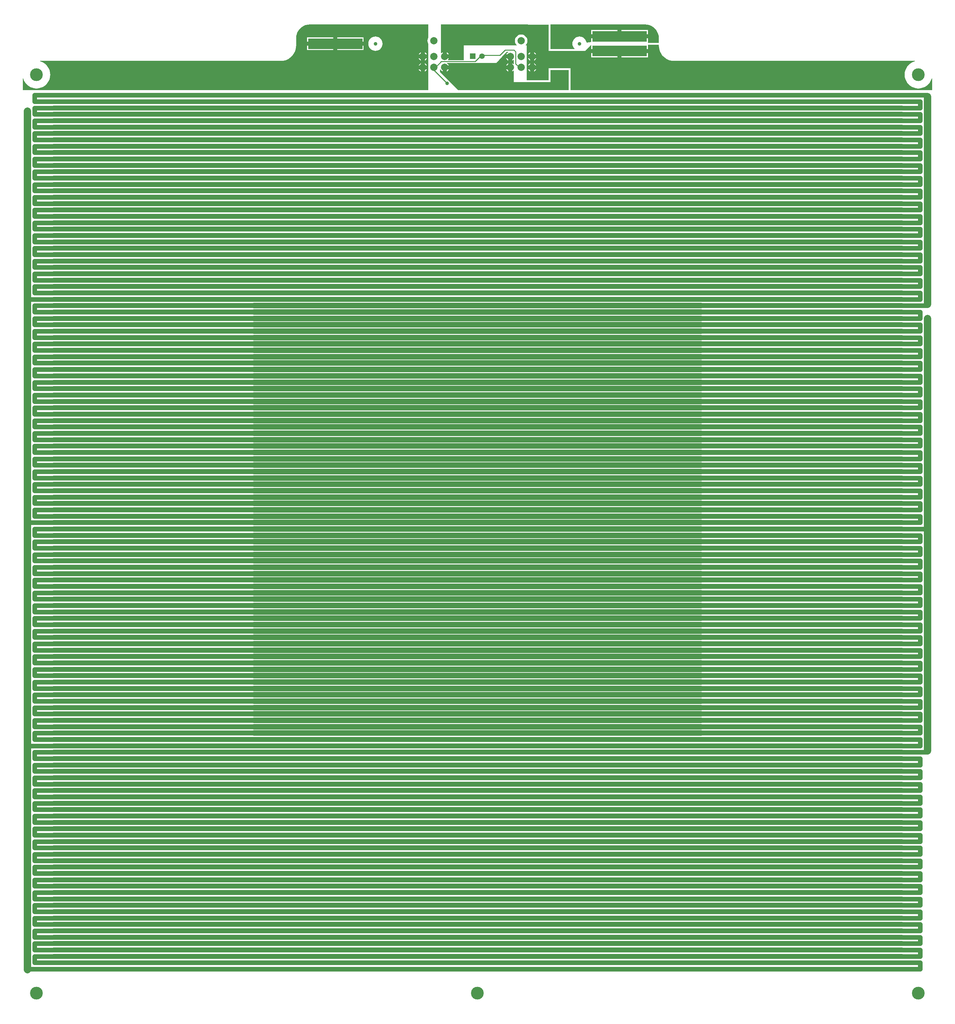
<source format=gtl>
G04 Layer_Physical_Order=1*
G04 Layer_Color=255*
%FSLAX44Y44*%
%MOMM*%
G71*
G01*
G75*
%ADD10C,1.2500*%
%ADD11C,1.3500*%
%ADD12C,0.2500*%
%ADD13C,2.0000*%
%ADD14C,1.5000*%
%ADD15C,1.3000*%
%ADD16R,15.0000X3.0000*%
%ADD17C,1.5000*%
%ADD18R,1.5000X1.5000*%
%ADD19C,1.0000*%
%ADD20C,2.0000*%
%ADD21C,3.5000*%
G36*
X1665904Y192275D02*
X1671662Y190892D01*
X1677133Y188626D01*
X1682183Y185532D01*
X1686686Y181686D01*
X1690532Y177183D01*
X1693626Y172133D01*
X1695892Y166662D01*
X1697275Y160904D01*
X1697730Y155120D01*
X1697706Y155000D01*
Y142500D01*
X1668770D01*
X1667500Y142500D01*
X1667500Y143770D01*
Y154500D01*
X1512500D01*
Y145000D01*
X1500612Y142622D01*
X1499315Y143382D01*
X1499254Y143461D01*
X1499218Y143823D01*
X1498103Y147498D01*
X1496292Y150886D01*
X1493855Y153855D01*
X1490886Y156292D01*
X1487498Y158103D01*
X1483823Y159218D01*
X1480000Y159594D01*
X1476177Y159218D01*
X1472502Y158103D01*
X1469114Y156292D01*
X1466145Y153855D01*
X1463708Y150886D01*
X1461897Y147498D01*
X1460782Y143823D01*
X1460406Y140000D01*
X1460782Y136177D01*
X1461897Y132502D01*
X1463708Y129114D01*
X1466042Y126270D01*
X1465870Y125376D01*
X1465735Y125000D01*
X1400000D01*
X1400000Y192706D01*
X1660000D01*
X1660121Y192730D01*
X1665904Y192275D01*
D02*
G37*
G36*
X740000Y192706D02*
X1065000D01*
Y156200D01*
X1064218Y154738D01*
X1063246Y151533D01*
X1062918Y148201D01*
X1063246Y144868D01*
X1064218Y141664D01*
X1065000Y140201D01*
X1065000Y12500D01*
X-47706Y12500D01*
Y44908D01*
X-46436Y45058D01*
X-46013Y43299D01*
X-43740Y37809D01*
X-40635Y32743D01*
X-36776Y28224D01*
X-32257Y24365D01*
X-27191Y21260D01*
X-21702Y18987D01*
X-15924Y17599D01*
X-10000Y17133D01*
X-4076Y17599D01*
X1701Y18987D01*
X7191Y21260D01*
X12257Y24365D01*
X16776Y28224D01*
X20635Y32743D01*
X23740Y37809D01*
X26013Y43299D01*
X27401Y49076D01*
X27867Y55000D01*
X27401Y60924D01*
X26013Y66701D01*
X23740Y72191D01*
X20635Y77257D01*
X16776Y81776D01*
X12257Y85635D01*
X7191Y88740D01*
X1701Y91013D01*
X-59Y91436D01*
X92Y92706D01*
X660000D01*
Y92659D01*
X665527Y93022D01*
X670959Y94102D01*
X676203Y95882D01*
X681170Y98332D01*
X685775Y101409D01*
X689939Y105061D01*
X693591Y109225D01*
X696668Y113830D01*
X699118Y118797D01*
X700898Y124041D01*
X701978Y129473D01*
X702341Y135000D01*
X702294D01*
X702294Y135000D01*
Y153730D01*
X702294Y155000D01*
X702358Y156243D01*
X702725Y160904D01*
X704108Y166662D01*
X706374Y172133D01*
X709468Y177183D01*
X713314Y181686D01*
X717817Y185532D01*
X722867Y188626D01*
X728338Y190892D01*
X734096Y192275D01*
X739880Y192730D01*
X740000Y192706D01*
D02*
G37*
G36*
X1284445Y116230D02*
X1283696Y115920D01*
X1281085Y113916D01*
X1279081Y111305D01*
X1278749Y110501D01*
X1290000D01*
Y105001D01*
X1295500D01*
Y93749D01*
X1296304Y94082D01*
X1298730Y95943D01*
X1300000Y95618D01*
Y84384D01*
X1298730Y84058D01*
X1296304Y85920D01*
X1295500Y86253D01*
Y75001D01*
Y63749D01*
X1296304Y64082D01*
X1298730Y65943D01*
X1300000Y65618D01*
Y35000D01*
X1400000D01*
X1400000Y67500D01*
X1450000D01*
Y12500D01*
X1147500D01*
X1102500Y57500D01*
X1097500Y62500D01*
Y69196D01*
X1098770Y69449D01*
X1099081Y68697D01*
X1101085Y66086D01*
X1103696Y64082D01*
X1104500Y63749D01*
Y75001D01*
X1110000D01*
Y80501D01*
X1121252D01*
X1120919Y81305D01*
X1118915Y83916D01*
X1116304Y85920D01*
X1115555Y86230D01*
X1115808Y87500D01*
X1252500D01*
X1275000Y112500D01*
X1280000Y117500D01*
X1284193D01*
X1284445Y116230D01*
D02*
G37*
G36*
X1339021Y192500D02*
X1395000D01*
Y120000D01*
X1495000D01*
X1511327Y136327D01*
X1512500Y135841D01*
Y125500D01*
X1667500D01*
Y137500D01*
X1697706D01*
Y135000D01*
X1697659D01*
X1698022Y129473D01*
X1699102Y124041D01*
X1700883Y118797D01*
X1703332Y113830D01*
X1706409Y109225D01*
X1710061Y105061D01*
X1714225Y101409D01*
X1718830Y98332D01*
X1723797Y95882D01*
X1729042Y94102D01*
X1734474Y93022D01*
X1740000Y92659D01*
Y92706D01*
X2399904D01*
X2400055Y91436D01*
X2398299Y91014D01*
X2392809Y88740D01*
X2387742Y85636D01*
X2383224Y81777D01*
X2379365Y77258D01*
X2376261Y72192D01*
X2373987Y66702D01*
X2372599Y60925D01*
X2372133Y55001D01*
X2372599Y49077D01*
X2373987Y43299D01*
X2376261Y37810D01*
X2379365Y32743D01*
X2383224Y28225D01*
X2387742Y24366D01*
X2392809Y21261D01*
X2398299Y18987D01*
X2404076Y17600D01*
X2410000Y17134D01*
X2415924Y17600D01*
X2421702Y18987D01*
X2427191Y21261D01*
X2432258Y24366D01*
X2436776Y28225D01*
X2440635Y32743D01*
X2443739Y37810D01*
X2446013Y43299D01*
X2446436Y45061D01*
X2447706Y44910D01*
Y12500D01*
X1455000D01*
Y72500D01*
X1395000D01*
Y40000D01*
X1335000D01*
Y135000D01*
X1332481D01*
X1332453Y135078D01*
X1332201Y136270D01*
X1334204Y138710D01*
X1335782Y141664D01*
X1336754Y144868D01*
X1337083Y148201D01*
X1336754Y151533D01*
X1335782Y154738D01*
X1335642Y155000D01*
X1335000Y156201D01*
X1334204Y157691D01*
X1332079Y160280D01*
X1329491Y162404D01*
X1326537Y163983D01*
X1323333Y164955D01*
X1320000Y165283D01*
X1316668Y164955D01*
X1313463Y163983D01*
X1310510Y162404D01*
X1307921Y160280D01*
X1305797Y157691D01*
X1304218Y154738D01*
X1303246Y151533D01*
X1302918Y148201D01*
X1303246Y144868D01*
X1304218Y141664D01*
X1305797Y138710D01*
X1307800Y136270D01*
X1307548Y135078D01*
X1307520Y135000D01*
X1162500D01*
X1162500Y95000D01*
X1119381D01*
X1119057Y96270D01*
X1120919Y98697D01*
X1121252Y99501D01*
X1110000D01*
Y105001D01*
X1104500D01*
Y116253D01*
X1103696Y115920D01*
X1101270Y114058D01*
X1100000Y114383D01*
Y192706D01*
X1338815D01*
X1339021Y192500D01*
D02*
G37*
%LPC*%
G36*
X1667500Y177500D02*
X1595500D01*
Y165500D01*
X1667500D01*
Y177500D01*
D02*
G37*
G36*
X1584500D02*
X1512500D01*
Y165500D01*
X1584500D01*
Y177500D01*
D02*
G37*
G36*
X887500Y157500D02*
X815500D01*
Y145500D01*
X887500D01*
Y157500D01*
D02*
G37*
G36*
X804500D02*
X732500D01*
Y145500D01*
X804500D01*
Y157500D01*
D02*
G37*
G36*
X887500Y134500D02*
X815500D01*
Y122500D01*
X887500D01*
Y134500D01*
D02*
G37*
G36*
X804500D02*
X732500D01*
Y122500D01*
X804500D01*
Y134500D01*
D02*
G37*
G36*
X920000Y159594D02*
X916177Y159218D01*
X912502Y158103D01*
X909114Y156292D01*
X906145Y153855D01*
X903708Y150886D01*
X901897Y147498D01*
X900782Y143823D01*
X900406Y140000D01*
X900782Y136177D01*
X901897Y132502D01*
X903708Y129114D01*
X906145Y126145D01*
X909114Y123708D01*
X912502Y121897D01*
X916177Y120782D01*
X920000Y120406D01*
X923823Y120782D01*
X927498Y121897D01*
X930886Y123708D01*
X933855Y126145D01*
X936292Y129114D01*
X938103Y132502D01*
X939218Y136177D01*
X939594Y140000D01*
X939218Y143823D01*
X938103Y147498D01*
X936292Y150886D01*
X933855Y153855D01*
X930886Y156292D01*
X927498Y158103D01*
X923823Y159218D01*
X920000Y159594D01*
D02*
G37*
G36*
X1055500Y116253D02*
Y110501D01*
X1061252D01*
X1060919Y111305D01*
X1058915Y113916D01*
X1056304Y115920D01*
X1055500Y116253D01*
D02*
G37*
G36*
X1044500Y116253D02*
X1043696Y115920D01*
X1041085Y113916D01*
X1039081Y111305D01*
X1038749Y110501D01*
X1044500D01*
Y116253D01*
D02*
G37*
G36*
Y99501D02*
X1038748D01*
X1039081Y98697D01*
X1041085Y96086D01*
X1043696Y94082D01*
X1044500Y93749D01*
Y99501D01*
D02*
G37*
G36*
X1061252D02*
X1055500D01*
Y93749D01*
X1056304Y94082D01*
X1058915Y96086D01*
X1060919Y98697D01*
X1061252Y99501D01*
D02*
G37*
G36*
X1055500Y86253D02*
Y80501D01*
X1061252D01*
X1060919Y81305D01*
X1058915Y83916D01*
X1056304Y85920D01*
X1055500Y86253D01*
D02*
G37*
G36*
X1044500Y86253D02*
X1043696Y85920D01*
X1041085Y83916D01*
X1039081Y81305D01*
X1038749Y80501D01*
X1044500D01*
Y86253D01*
D02*
G37*
G36*
Y69501D02*
X1038748D01*
X1039081Y68697D01*
X1041085Y66086D01*
X1043696Y64082D01*
X1044500Y63749D01*
Y69501D01*
D02*
G37*
G36*
X1061252D02*
X1055500D01*
Y63749D01*
X1056304Y64082D01*
X1058915Y66086D01*
X1060919Y68697D01*
X1061252Y69501D01*
D02*
G37*
G36*
X1284500Y99501D02*
X1278748D01*
X1279081Y98697D01*
X1281085Y96086D01*
X1283696Y94082D01*
X1284500Y93749D01*
Y99501D01*
D02*
G37*
G36*
Y86253D02*
X1283696Y85920D01*
X1281085Y83916D01*
X1279081Y81305D01*
X1278748Y80501D01*
X1284500D01*
Y86253D01*
D02*
G37*
G36*
X1121252Y69501D02*
X1115500D01*
Y63749D01*
X1116304Y64082D01*
X1118915Y66086D01*
X1120919Y68697D01*
X1121252Y69501D01*
D02*
G37*
G36*
X1284500D02*
X1278748D01*
X1279081Y68697D01*
X1281085Y66086D01*
X1283696Y64082D01*
X1284500Y63749D01*
Y69501D01*
D02*
G37*
G36*
X1115500Y116253D02*
Y110501D01*
X1121252D01*
X1120919Y111305D01*
X1118915Y113916D01*
X1116304Y115920D01*
X1115500Y116253D01*
D02*
G37*
G36*
X1355500Y116253D02*
Y110501D01*
X1361252D01*
X1360919Y111305D01*
X1358915Y113916D01*
X1356304Y115920D01*
X1355500Y116253D01*
D02*
G37*
G36*
X1344500Y116253D02*
X1343696Y115920D01*
X1341085Y113916D01*
X1339082Y111305D01*
X1338749Y110501D01*
X1344500D01*
Y116253D01*
D02*
G37*
G36*
X1667500Y114500D02*
X1595500D01*
Y102500D01*
X1667500D01*
Y114500D01*
D02*
G37*
G36*
X1584500D02*
X1512500D01*
Y102500D01*
X1584500D01*
Y114500D01*
D02*
G37*
G36*
X1361252Y99501D02*
X1355500D01*
Y93749D01*
X1356304Y94082D01*
X1358915Y96086D01*
X1360919Y98697D01*
X1361252Y99501D01*
D02*
G37*
G36*
X1344500D02*
X1338748D01*
X1339082Y98697D01*
X1341085Y96086D01*
X1343696Y94082D01*
X1344500Y93749D01*
Y99501D01*
D02*
G37*
G36*
X1355500Y86253D02*
Y80501D01*
X1361252D01*
X1360919Y81305D01*
X1358915Y83916D01*
X1356304Y85920D01*
X1355500Y86253D01*
D02*
G37*
G36*
X1344500Y86253D02*
X1343696Y85920D01*
X1341085Y83916D01*
X1339082Y81305D01*
X1338748Y80501D01*
X1344500D01*
Y86253D01*
D02*
G37*
G36*
X1361252Y69501D02*
X1355500D01*
Y63749D01*
X1356304Y64082D01*
X1358915Y66086D01*
X1360919Y68697D01*
X1361252Y69501D01*
D02*
G37*
G36*
X1344500D02*
X1338748D01*
X1339082Y68697D01*
X1341085Y66086D01*
X1343696Y64082D01*
X1344500Y63749D01*
Y69501D01*
D02*
G37*
%LPD*%
D10*
X2367500Y-1250D02*
X2433750D01*
X1812500D02*
X2365000D01*
X2367500Y-36250D02*
X2415000D01*
X2367500Y-53750D02*
X2415000D01*
X2367500Y-123750D02*
X2415000D01*
X2367500Y-106250D02*
X2415000D01*
X2367500Y-158750D02*
X2415000D01*
X2367500Y-141250D02*
X2415000D01*
X2367500Y-246250D02*
X2415000D01*
X2367500Y-176250D02*
X2415000D01*
X2367500Y-421250D02*
X2415000D01*
X2367500Y-438750D02*
X2415000D01*
X2367500Y-386250D02*
X2415000D01*
X2367500Y-771250D02*
X2415000D01*
X2367500Y-491250D02*
X2415000D01*
X2367500Y-281250D02*
X2415000D01*
X2367500Y-263750D02*
X2415000D01*
X2367500Y-368750D02*
X2415000D01*
X2367500Y-298750D02*
X2415000D01*
X2367500Y-508750D02*
X2415000D01*
X2367500Y-526250D02*
X2415000D01*
X2367500Y-18750D02*
X2415000D01*
X1812500D02*
X2365000D01*
X2367500Y-561250D02*
X2415000D01*
X2367500Y-543750D02*
X2415000D01*
X2367500Y-631250D02*
X2415000D01*
X2367500Y-613750D02*
X2415000D01*
X2367500Y-666250D02*
X2415000D01*
X2367500Y-648750D02*
X2415000D01*
X2367500Y-876250D02*
X2415000D01*
X2367500Y-806250D02*
X2415000D01*
X2367500Y-911250D02*
X2415000D01*
X2367500Y-893750D02*
X2415000D01*
X2367500Y-736250D02*
X2415000D01*
X2367500Y-683750D02*
X2415000D01*
X2367500Y-788750D02*
X2415000D01*
X2367500Y-753750D02*
X2415000D01*
X2367500Y-1068750D02*
X2415000D01*
X2367500Y-1121250D02*
X2415000D01*
X2367500Y-1051250D02*
X2415000D01*
X2367500Y-1156250D02*
X2415000D01*
X2367500Y-1138750D02*
X2415000D01*
X2367500Y-998750D02*
X2415000D01*
X2367500Y-928750D02*
X2415000D01*
X2367500Y-1033750D02*
X2415000D01*
X2367500Y-1016250D02*
X2415000D01*
X2367500Y-1296250D02*
X2415000D01*
X2367500Y-1278750D02*
X2415000D01*
X2367500Y-1366250D02*
X2415000D01*
X2367500Y-1313750D02*
X2415000D01*
X2367500Y-1191025D02*
X2429000Y-1191000D01*
X2367500Y-1173750D02*
X2415000D01*
X2367500Y-1261250D02*
X2415000D01*
X2367500Y-1243750D02*
X2415000D01*
X2367500Y-1523750D02*
X2415000D01*
X2367500Y-1541250D02*
X2415000D01*
X2367500Y-1506250D02*
X2415000D01*
X2367500Y-1628750D02*
X2415000D01*
X2367500Y-1558750D02*
X2415000D01*
X2367500Y-1401250D02*
X2415000D01*
X2367500Y-1383750D02*
X2415000D01*
X2367500Y-1436250D02*
X2415000D01*
X2367500Y-1418750D02*
X2415000D01*
X2367500Y-1873750D02*
X2415000D01*
X2367500Y-1751250D02*
X2415000D01*
X2367500Y-2398750D02*
X2415000D01*
X1812500D02*
X2365000D01*
X2367500Y-2381250D02*
X2415000D01*
X1812500D02*
X2365000D01*
X2367500Y-1663750D02*
X2415000D01*
X2367500Y-1646250D02*
X2415000D01*
X2367500Y-1698750D02*
X2415000D01*
X2367500Y-1681250D02*
X2415000D01*
X2367500Y-316250D02*
X2415000D01*
X2367500Y-333750D02*
X2415000D01*
X2367500Y-228750D02*
X2415000D01*
X2367500Y-403750D02*
X2415000D01*
X2367500Y-351250D02*
X2415000D01*
X2367500Y-88750D02*
X2415000D01*
X2367500Y-71250D02*
X2415000D01*
X2367500Y-211250D02*
X2415000D01*
X2367500Y-193750D02*
X2415000D01*
X2367500Y-718750D02*
X2415000D01*
X2367500Y-823750D02*
X2415000D01*
X2367500Y-701250D02*
X2415000D01*
X2367500Y-858750D02*
X2415000D01*
X2367500Y-841250D02*
X2415000D01*
X2367500Y-473750D02*
X2415000D01*
X2367500Y-456250D02*
X2415000D01*
X2367500Y-578750D02*
X2430000D01*
X2367500Y-596250D02*
X2415000D01*
X2367500Y-1208750D02*
X2415000D01*
X2367500Y-1226250D02*
X2415000D01*
X2367500Y-1103750D02*
X2415000D01*
X2367500Y-1348750D02*
X2415000D01*
X2367500Y-1331250D02*
X2415000D01*
X2367500Y-963750D02*
X2415000D01*
X2367500Y-946250D02*
X2415000D01*
X2367500Y-1086250D02*
X2415000D01*
X2367500Y-981250D02*
X2415000D01*
X2367500Y-1611250D02*
X2415000D01*
X2367500Y-1593750D02*
X2415000D01*
X2367500Y-1733750D02*
X2415000D01*
X2367500Y-1716250D02*
X2415000D01*
X2367500Y-1471250D02*
X2415000D01*
X2367500Y-1453750D02*
X2415000D01*
X2367500Y-1576250D02*
X2415000D01*
X2367500Y-1488750D02*
X2415000D01*
X2367500Y-1856250D02*
X2415000D01*
X2367500Y-1891250D02*
X2415000D01*
X2367500Y-1838750D02*
X2415000D01*
X2367500Y-1926250D02*
X2415000D01*
X2367500Y-1908750D02*
X2415000D01*
X2367500Y-1786250D02*
X2415000D01*
X2367500Y-1768750D02*
X2415000D01*
X2367500Y-1803750D02*
X2435000D01*
X2367500Y-1821250D02*
X2415000D01*
X2367500Y-2031250D02*
X2415000D01*
X2367500Y-2013750D02*
X2415000D01*
X2367500Y-2066250D02*
X2415000D01*
X2367500Y-2048750D02*
X2415000D01*
X2367500Y-1961250D02*
X2415000D01*
X2367500Y-1943750D02*
X2415000D01*
X2367500Y-1996250D02*
X2415000D01*
X2367500Y-1978750D02*
X2415000D01*
X2367500Y-2171250D02*
X2415000D01*
X2367500Y-2188750D02*
X2415000D01*
X2367500Y-2153750D02*
X2415000D01*
X2367500Y-2223750D02*
X2415000D01*
X2367500Y-2206250D02*
X2415000D01*
X2367500Y-2101250D02*
X2415000D01*
X2367500Y-2083750D02*
X2415000D01*
X2367500Y-2136250D02*
X2415000D01*
X2367500Y-2118750D02*
X2415000D01*
X2367500Y-2328750D02*
X2415000D01*
X2367500Y-2311250D02*
X2415000D01*
X2367500Y-2363750D02*
X2415000D01*
X2367500Y-2346250D02*
X2415000D01*
X2367500Y-2258750D02*
X2415000D01*
X2367500Y-2241250D02*
X2415000D01*
X2367500Y-2293750D02*
X2415000D01*
X2367500Y-2276250D02*
X2415000D01*
X-15000Y-491250D02*
X35000D01*
X-15000Y-508750D02*
X35000D01*
X-15000Y-438750D02*
X35000D01*
X10000Y-561250D02*
X35000D01*
X-15000Y-526250D02*
X35000D01*
X-15000Y-613750D02*
X35000D01*
X-15000Y-543750D02*
X35000D01*
X-15000Y-648750D02*
X35000D01*
X-15000Y-631250D02*
X35000D01*
X-15000Y-788750D02*
X35000D01*
X-15000Y-806250D02*
X35000D01*
X-15000Y-771250D02*
X35000D01*
X-15000Y-893750D02*
X35000D01*
X-15000Y-876250D02*
X35000D01*
X-15000Y-683750D02*
X35000D01*
X-15000Y-666250D02*
X35000D01*
X-15000Y-753750D02*
X35000D01*
X-15000Y-736250D02*
X35000D01*
X-15000Y-123750D02*
X35000D01*
X-15000Y-141250D02*
X35000D01*
X-15000Y-106250D02*
X35000D01*
X-15000Y-176250D02*
X35000D01*
X-15000Y-158750D02*
X35000D01*
X37500Y-18750D02*
X587500D01*
X-15000D02*
X35000D01*
X37500Y-1250D02*
X587500D01*
X-15000D02*
X35000D01*
X-15000Y-53750D02*
X35000D01*
X-15000Y-36250D02*
X35000D01*
X-15000Y-386250D02*
X35000D01*
X-15000Y-368750D02*
X35000D01*
X-15000Y-421250D02*
X35000D01*
X-15000Y-403750D02*
X35000D01*
X-15000Y-263750D02*
X35000D01*
X-15000Y-246250D02*
X35000D01*
X-15000Y-298750D02*
X35000D01*
X-15000Y-281250D02*
X35000D01*
X-15000Y-1506250D02*
X35000D01*
X-15000Y-1523750D02*
X35000D01*
X-15000Y-1436250D02*
X35000D01*
X-15000Y-1558750D02*
X35000D01*
X-15000Y-1541250D02*
X35000D01*
X-15000Y-1383750D02*
X35000D01*
X-15000Y-1366250D02*
X35000D01*
X-15000Y-1418750D02*
X35000D01*
X-15000Y-1401250D02*
X35000D01*
X-15000Y-1646250D02*
X35000D01*
X-15000Y-1628750D02*
X35000D01*
X10000Y-1786250D02*
X35000D01*
X-15000Y-1663750D02*
X35000D01*
X-15000Y-1698750D02*
X35000D01*
X-15000Y-1681250D02*
X35000D01*
X-15000Y-1873750D02*
X35000D01*
X-15000Y-1768750D02*
X35000D01*
X-15000Y-1051250D02*
X35000D01*
X-15000Y-1068750D02*
X35000D01*
X-15000Y-1033750D02*
X35000D01*
X-15000Y-1138750D02*
X35000D01*
X-15000Y-1121250D02*
X35000D01*
X-15000Y-928750D02*
X35000D01*
X-15000Y-911250D02*
X35000D01*
X-15000Y-1016250D02*
X35000D01*
X-15000Y-998750D02*
X35000D01*
X10000Y-1173750D02*
X35000D01*
X-15000Y-1156250D02*
X35000D01*
X-15000Y-1243750D02*
X35000D01*
X-15000Y-1191250D02*
X35000D01*
X-15000Y-1278750D02*
X35000D01*
X-15000Y-1261250D02*
X35000D01*
X-15000Y-1313750D02*
X35000D01*
X-15000Y-1296250D02*
X35000D01*
X-15000Y-1208750D02*
X35000D01*
X-15000Y-1226250D02*
X35000D01*
X-15000Y-1103750D02*
X35000D01*
X-15000Y-1348750D02*
X35000D01*
X-15000Y-1331250D02*
X35000D01*
X-15000Y-963750D02*
X35000D01*
X-15000Y-946250D02*
X35000D01*
X-15000Y-1086250D02*
X35000D01*
X-15000Y-981250D02*
X35000D01*
X-15000Y-1611250D02*
X35000D01*
X-15000Y-1716250D02*
X35000D01*
X-15000Y-1593750D02*
X35000D01*
X-15000Y-1751250D02*
X35000D01*
X-15000Y-1733750D02*
X35000D01*
X-15000Y-1471250D02*
X35000D01*
X-15000Y-1453750D02*
X35000D01*
X-15000Y-1576250D02*
X35000D01*
X-15000Y-1488750D02*
X35000D01*
X-15000Y-316250D02*
X35000D01*
X-15000Y-333750D02*
X35000D01*
X-15000Y-228750D02*
X35000D01*
X-15000Y-456250D02*
X35000D01*
X-15000Y-351250D02*
X35000D01*
X-15000Y-88750D02*
X35000D01*
X-15000Y-71250D02*
X35000D01*
X-15000Y-211250D02*
X35000D01*
X-15000Y-193750D02*
X35000D01*
X-15000Y-823750D02*
X35000D01*
X-15000Y-718750D02*
X35000D01*
X-15000Y-858750D02*
X35000D01*
X-15000Y-841250D02*
X35000D01*
X-15000Y-578750D02*
X35000D01*
X-15000Y-473750D02*
X35000D01*
X-15000Y-701250D02*
X35000D01*
X-15000Y-596250D02*
X35000D01*
X-15000Y-2206250D02*
X35000D01*
X-15000Y-2223750D02*
X35000D01*
X-15000Y-2188750D02*
X35000D01*
X-15000Y-2258750D02*
X35000D01*
X-15000Y-2241250D02*
X35000D01*
X-15000Y-2136250D02*
X35000D01*
X-15000Y-2118750D02*
X35000D01*
X-15000Y-2171250D02*
X35000D01*
X-15000Y-2153750D02*
X35000D01*
X-15000Y-2293750D02*
X35000D01*
X-15000Y-2276250D02*
X35000D01*
X-15000Y-2328750D02*
X35000D01*
X-15000Y-2311250D02*
X35000D01*
X-15000Y-2363750D02*
X35000D01*
X-15000Y-2346250D02*
X35000D01*
X37500Y-2398750D02*
X587500D01*
X-35000D02*
X35000D01*
X37500Y-2381250D02*
X587500D01*
X-15000D02*
X35000D01*
X-15000Y-1908750D02*
X35000D01*
X-15000Y-1926250D02*
X35000D01*
X-15000Y-1891250D02*
X35000D01*
X-15000Y-1961250D02*
X35000D01*
X-15000Y-1943750D02*
X35000D01*
X-15000Y-1821250D02*
X35000D01*
X-15000Y-1803750D02*
X35000D01*
X-15000Y-1856250D02*
X35000D01*
X-15000Y-1838750D02*
X35000D01*
X-15000Y-2066250D02*
X35000D01*
X-15000Y-2048750D02*
X35000D01*
X-15000Y-2101250D02*
X35000D01*
X-15000Y-2083750D02*
X35000D01*
X-15000Y-1996250D02*
X35000D01*
X-15000Y-1978750D02*
X35000D01*
X-15000Y-2031250D02*
X35000D01*
X-15000Y-2013750D02*
X35000D01*
X-15000Y-18750D02*
Y-1250D01*
Y-53750D02*
Y-36250D01*
Y-88750D02*
Y-71250D01*
Y-123750D02*
Y-106250D01*
Y-158750D02*
Y-141250D01*
Y-193750D02*
Y-176250D01*
Y-228750D02*
Y-211250D01*
Y-263750D02*
Y-246250D01*
Y-298750D02*
Y-281250D01*
Y-333750D02*
Y-316250D01*
Y-368750D02*
Y-351250D01*
Y-403750D02*
Y-386250D01*
Y-438750D02*
Y-421250D01*
Y-473750D02*
Y-456250D01*
Y-508750D02*
Y-491250D01*
Y-543750D02*
Y-526250D01*
Y-596250D02*
Y-578750D01*
Y-631250D02*
Y-613750D01*
Y-666250D02*
Y-648750D01*
Y-701250D02*
Y-683750D01*
Y-736250D02*
Y-718750D01*
Y-771250D02*
Y-753750D01*
Y-806250D02*
Y-788750D01*
Y-841250D02*
Y-823750D01*
Y-876250D02*
Y-858750D01*
Y-911250D02*
Y-893750D01*
Y-946250D02*
Y-928750D01*
Y-981250D02*
Y-963750D01*
Y-1016250D02*
Y-998750D01*
Y-1051250D02*
Y-1033750D01*
Y-1086250D02*
Y-1068750D01*
Y-1121250D02*
Y-1103750D01*
Y-1156250D02*
Y-1138750D01*
Y-1208750D02*
Y-1191250D01*
Y-1243750D02*
Y-1226250D01*
Y-1278750D02*
Y-1261250D01*
Y-1313750D02*
Y-1296250D01*
Y-1348750D02*
Y-1331250D01*
Y-1383750D02*
Y-1366250D01*
Y-1418750D02*
Y-1401250D01*
Y-1453750D02*
Y-1436250D01*
Y-1488750D02*
Y-1471250D01*
Y-1523750D02*
Y-1506250D01*
Y-1558750D02*
Y-1541250D01*
Y-1593750D02*
Y-1576250D01*
Y-1628750D02*
Y-1611250D01*
Y-1663750D02*
Y-1646250D01*
Y-1698750D02*
Y-1681250D01*
Y-1733750D02*
Y-1716250D01*
Y-1768750D02*
Y-1751250D01*
Y-1821250D02*
Y-1803750D01*
Y-1856250D02*
Y-1838750D01*
Y-1891250D02*
Y-1873750D01*
Y-1926250D02*
Y-1908750D01*
Y-1961250D02*
Y-1943750D01*
Y-1996250D02*
Y-1978750D01*
Y-2031250D02*
Y-2013750D01*
Y-2066250D02*
Y-2048750D01*
Y-2101250D02*
Y-2083750D01*
Y-2136250D02*
Y-2118750D01*
Y-2171250D02*
Y-2153750D01*
Y-2206250D02*
Y-2188750D01*
Y-2241250D02*
Y-2223750D01*
Y-2276250D02*
Y-2258750D01*
Y-2311250D02*
Y-2293750D01*
Y-2346250D02*
Y-2328750D01*
Y-2381250D02*
Y-2363750D01*
X2415000Y-2398750D02*
Y-2381250D01*
Y-2363750D02*
Y-2346250D01*
Y-2328750D02*
Y-2311250D01*
Y-2293750D02*
Y-2276250D01*
Y-2258750D02*
Y-2241250D01*
Y-2223750D02*
Y-2206250D01*
Y-2188750D02*
Y-2171250D01*
Y-2153750D02*
Y-2136250D01*
Y-2118750D02*
Y-2101250D01*
Y-2083750D02*
Y-2066250D01*
Y-2048750D02*
Y-2031250D01*
Y-2013750D02*
Y-1996250D01*
Y-1978750D02*
Y-1961250D01*
Y-1943750D02*
Y-1926250D01*
Y-1908750D02*
Y-1891250D01*
Y-1873750D02*
Y-1856250D01*
Y-1838750D02*
Y-1821250D01*
Y-1786250D02*
Y-1768750D01*
Y-1751250D02*
Y-1733750D01*
Y-1716250D02*
Y-1698750D01*
Y-1681250D02*
Y-1663750D01*
Y-1646250D02*
Y-1628750D01*
Y-1611250D02*
Y-1593750D01*
Y-1576250D02*
Y-1558750D01*
Y-1541250D02*
Y-1523750D01*
Y-1506250D02*
Y-1488750D01*
Y-1471250D02*
Y-1453750D01*
Y-1436250D02*
Y-1418750D01*
Y-1401250D02*
Y-1383750D01*
Y-1366250D02*
Y-1348750D01*
Y-1331250D02*
Y-1313750D01*
Y-1296250D02*
Y-1278750D01*
Y-1261250D02*
Y-1243750D01*
Y-1226250D02*
Y-1208750D01*
Y-1173750D02*
Y-1156250D01*
Y-1138750D02*
Y-1121250D01*
Y-1103750D02*
Y-1086250D01*
Y-1068750D02*
Y-1051250D01*
Y-1033750D02*
Y-1016250D01*
Y-998750D02*
Y-981250D01*
Y-963750D02*
Y-946250D01*
Y-928750D02*
Y-911250D01*
Y-893750D02*
Y-876250D01*
Y-858750D02*
Y-841250D01*
Y-823750D02*
Y-806250D01*
Y-788750D02*
Y-771250D01*
Y-753750D02*
Y-736250D01*
Y-718750D02*
Y-701250D01*
Y-683750D02*
Y-666250D01*
Y-648750D02*
Y-631250D01*
Y-613750D02*
Y-596250D01*
Y-561250D02*
Y-543750D01*
Y-526250D02*
Y-508750D01*
Y-491250D02*
Y-473750D01*
Y-456250D02*
Y-438750D01*
Y-421250D02*
Y-403750D01*
Y-386250D02*
Y-368750D01*
Y-351250D02*
Y-333750D01*
Y-316250D02*
Y-298750D01*
Y-281250D02*
Y-263750D01*
Y-246250D02*
Y-228750D01*
Y-211250D02*
Y-193750D01*
Y-176250D02*
Y-158750D01*
Y-141250D02*
Y-123750D01*
Y-106250D02*
Y-88750D01*
Y-71250D02*
Y-53750D01*
Y-36250D02*
Y-18750D01*
X587500Y-1250D02*
X1812500D01*
X587500Y-18750D02*
X1812500D01*
X-7500Y-561250D02*
X10000D01*
X-25000Y-561250D02*
X-7500D01*
X-25000Y-1173750D02*
X10000D01*
X-25000Y-1786250D02*
X10000D01*
X587500Y-2381250D02*
X1812500D01*
X587500Y-2398750D02*
X1812500D01*
D11*
Y-36250D02*
X2365000D01*
X1812500Y-53750D02*
X2365000D01*
X1812500Y-123750D02*
X2365000D01*
X1812500Y-106250D02*
X2365000D01*
X1812500Y-158750D02*
X2365000D01*
X1812500Y-141250D02*
X2365000D01*
X1812500Y-246250D02*
X2365000D01*
X1812500Y-176250D02*
X2365000D01*
X1812500Y-421250D02*
X2365000D01*
X1812500Y-438750D02*
X2365000D01*
X1812500Y-386250D02*
X2365000D01*
X1812500Y-771250D02*
X2365000D01*
X1812500Y-491250D02*
X2365000D01*
X1812500Y-281250D02*
X2365000D01*
X1812500Y-263750D02*
X2365000D01*
X1812500Y-368750D02*
X2365000D01*
X1812500Y-298750D02*
X2365000D01*
X1812500Y-508750D02*
X2365000D01*
X1812500Y-526250D02*
X2365000D01*
X1812500Y-561250D02*
X2365000D01*
X1812500Y-543750D02*
X2365000D01*
X1812500Y-631250D02*
X2365000D01*
X1812500Y-613750D02*
X2365000D01*
X1812500Y-666250D02*
X2365000D01*
X1812500Y-648750D02*
X2365000D01*
X1812500Y-876250D02*
X2365000D01*
X1812500Y-806250D02*
X2365000D01*
X1812500Y-911250D02*
X2365000D01*
X1812500Y-893750D02*
X2365000D01*
X1812500Y-736250D02*
X2365000D01*
X1812500Y-683750D02*
X2365000D01*
X1812500Y-788750D02*
X2365000D01*
X1812500Y-753750D02*
X2365000D01*
X1812500Y-1068750D02*
X2365000D01*
X1812500Y-1121250D02*
X2365000D01*
X1812500Y-1051250D02*
X2365000D01*
X1812500Y-1156250D02*
X2365000D01*
X1812500Y-1138750D02*
X2365000D01*
X1812500Y-998750D02*
X2365000D01*
X1812500Y-928750D02*
X2365000D01*
X1812500Y-1033750D02*
X2365000D01*
X1812500Y-1016250D02*
X2365000D01*
X1812500Y-1296250D02*
X2365000D01*
X1812500Y-1278750D02*
X2365000D01*
X1812500Y-1366250D02*
X2365000D01*
X1812500Y-1313750D02*
X2365000D01*
X1812500Y-1191250D02*
X2365000Y-1191026D01*
X1812500Y-1173750D02*
X2365000D01*
X1812500Y-1261250D02*
X2365000D01*
X1812500Y-1243750D02*
X2365000D01*
X1812500Y-1523750D02*
X2365000D01*
X1812500Y-1541250D02*
X2365000D01*
X1812500Y-1506250D02*
X2365000D01*
X1812500Y-1628750D02*
X2365000D01*
X1812500Y-1558750D02*
X2365000D01*
X1812500Y-1401250D02*
X2365000D01*
X1812500Y-1383750D02*
X2365000D01*
X1812500Y-1436250D02*
X2365000D01*
X1812500Y-1418750D02*
X2365000D01*
X1812500Y-1873750D02*
X2365000D01*
X1812500Y-1751250D02*
X2365000D01*
X1812500Y-1663750D02*
X2365000D01*
X1812500Y-1646250D02*
X2365000D01*
X1812500Y-1698750D02*
X2365000D01*
X1812500Y-1681250D02*
X2365000D01*
X1812500Y-316250D02*
X2365000D01*
X1812500Y-333750D02*
X2365000D01*
X1812500Y-228750D02*
X2365000D01*
X1812500Y-403750D02*
X2365000D01*
X1812500Y-351250D02*
X2365000D01*
X1812500Y-88750D02*
X2365000D01*
X1812500Y-71250D02*
X2365000D01*
X1812500Y-211250D02*
X2365000D01*
X1812500Y-193750D02*
X2365000D01*
X1812500Y-718750D02*
X2365000D01*
X1812500Y-823750D02*
X2365000D01*
X1812500Y-701250D02*
X2365000D01*
X1812500Y-858750D02*
X2365000D01*
X1812500Y-841250D02*
X2365000D01*
X1812500Y-473750D02*
X2365000D01*
X1812500Y-456250D02*
X2365000D01*
X1812500Y-578750D02*
X2365000D01*
X1812500Y-596250D02*
X2365000D01*
X1812500Y-1208750D02*
X2365000D01*
X1812500Y-1226250D02*
X2365000D01*
X1812500Y-1103750D02*
X2365000D01*
X1812500Y-1348750D02*
X2365000D01*
X1812500Y-1331250D02*
X2365000D01*
X1812500Y-963750D02*
X2365000D01*
X1812500Y-946250D02*
X2365000D01*
X1812500Y-1086250D02*
X2365000D01*
X1812500Y-981250D02*
X2365000D01*
X1812500Y-1611250D02*
X2365000D01*
X1812500Y-1593750D02*
X2365000D01*
X1812500Y-1733750D02*
X2365000D01*
X1812500Y-1716250D02*
X2365000D01*
X1812500Y-1471250D02*
X2365000D01*
X1812500Y-1453750D02*
X2365000D01*
X1812500Y-1576250D02*
X2365000D01*
X1812500Y-1488750D02*
X2365000D01*
X1812500Y-1856250D02*
X2365000D01*
X1812500Y-1891250D02*
X2365000D01*
X1812500Y-1838750D02*
X2365000D01*
X1812500Y-1926250D02*
X2365000D01*
X1812500Y-1908750D02*
X2365000D01*
X1812500Y-1786250D02*
X2365000D01*
X1812500Y-1768750D02*
X2365000D01*
X1812500Y-1803750D02*
X2365000D01*
X1812500Y-1821250D02*
X2365000D01*
X1812500Y-2031250D02*
X2365000D01*
X1812500Y-2013750D02*
X2365000D01*
X1812500Y-2066250D02*
X2365000D01*
X1812500Y-2048750D02*
X2365000D01*
X1812500Y-1961250D02*
X2365000D01*
X1812500Y-1943750D02*
X2365000D01*
X1812500Y-1996250D02*
X2365000D01*
X1812500Y-1978750D02*
X2365000D01*
X1812500Y-2171250D02*
X2365000D01*
X1812500Y-2188750D02*
X2365000D01*
X1812500Y-2153750D02*
X2365000D01*
X1812500Y-2223750D02*
X2365000D01*
X1812500Y-2206250D02*
X2365000D01*
X1812500Y-2101250D02*
X2365000D01*
X1812500Y-2083750D02*
X2365000D01*
X1812500Y-2136250D02*
X2365000D01*
X1812500Y-2118750D02*
X2365000D01*
X1812500Y-2328750D02*
X2365000D01*
X1812500Y-2311250D02*
X2365000D01*
X1812500Y-2363750D02*
X2365000D01*
X1812500Y-2346250D02*
X2365000D01*
X1812500Y-2258750D02*
X2365000D01*
X1812500Y-2241250D02*
X2365000D01*
X1812500Y-2293750D02*
X2365000D01*
X1812500Y-2276250D02*
X2365000D01*
X37500Y-491250D02*
X587500D01*
X37500Y-508750D02*
X587500D01*
X37500Y-438750D02*
X587500D01*
X37500Y-561250D02*
X587500D01*
X37500Y-526250D02*
X587500D01*
X37500Y-613750D02*
X587500D01*
X37500Y-543750D02*
X587500D01*
X37500Y-648750D02*
X587500D01*
X37500Y-631250D02*
X587500D01*
X37500Y-788750D02*
X587500D01*
X37500Y-806250D02*
X587500D01*
X37500Y-771250D02*
X587500D01*
X37500Y-893750D02*
X587500D01*
X37500Y-876250D02*
X587500D01*
X37500Y-683750D02*
X587500D01*
X37500Y-666250D02*
X587500D01*
X37500Y-753750D02*
X587500D01*
X37500Y-736250D02*
X587500D01*
X37500Y-123750D02*
X587500D01*
X37500Y-141250D02*
X587500D01*
X37500Y-106250D02*
X587500D01*
X37500Y-176250D02*
X587500D01*
X37500Y-158750D02*
X587500D01*
X37500Y-53750D02*
X587500D01*
X37500Y-36250D02*
X587500D01*
X37500Y-386250D02*
X587500D01*
X37500Y-368750D02*
X587500D01*
X37500Y-421250D02*
X587500D01*
X37500Y-403750D02*
X587500D01*
X37500Y-263750D02*
X587500D01*
X37500Y-246250D02*
X587500D01*
X37500Y-298750D02*
X587500D01*
X37500Y-281250D02*
X587500D01*
X37500Y-1506250D02*
X587500D01*
X37500Y-1523750D02*
X587500D01*
X37500Y-1436250D02*
X587500D01*
X37500Y-1558750D02*
X587500D01*
X37500Y-1541250D02*
X587500D01*
X37500Y-1383750D02*
X587500D01*
X37500Y-1366250D02*
X587500D01*
X37500Y-1418750D02*
X587500D01*
X37500Y-1401250D02*
X587500D01*
X37500Y-1646250D02*
X587500D01*
X37500Y-1628750D02*
X587500D01*
X37500Y-1786250D02*
X587500D01*
X37500Y-1663750D02*
X587500D01*
X37500Y-1698750D02*
X587500D01*
X37500Y-1681250D02*
X587500D01*
X37500Y-1873750D02*
X587500D01*
X37500Y-1768750D02*
X587500D01*
X37500Y-1051250D02*
X587500D01*
X37500Y-1068750D02*
X587500D01*
X37500Y-1033750D02*
X587500D01*
X37500Y-1138750D02*
X587500D01*
X37500Y-1121250D02*
X587500D01*
X37500Y-928750D02*
X587500D01*
X37500Y-911250D02*
X587500D01*
X37500Y-1016250D02*
X587500D01*
X37500Y-998750D02*
X587500D01*
X37500Y-1173750D02*
X587500D01*
X37500Y-1156250D02*
X587500D01*
X37500Y-1243750D02*
X587500D01*
X37500Y-1191250D02*
X587500D01*
X37500Y-1278750D02*
X587500D01*
X37500Y-1261250D02*
X587500D01*
X37500Y-1313750D02*
X587500D01*
X37500Y-1296250D02*
X587500D01*
X37500Y-1208750D02*
X587500D01*
X37500Y-1226250D02*
X587500D01*
X37500Y-1103750D02*
X587500D01*
X37500Y-1348750D02*
X587500D01*
X37500Y-1331250D02*
X587500D01*
X37500Y-963750D02*
X587500D01*
X37500Y-946250D02*
X587500D01*
X37500Y-1086250D02*
X587500D01*
X37500Y-981250D02*
X587500D01*
X37500Y-1611250D02*
X587500D01*
X37500Y-1716250D02*
X587500D01*
X37500Y-1593750D02*
X587500D01*
X37500Y-1751250D02*
X587500D01*
X37500Y-1733750D02*
X587500D01*
X37500Y-1471250D02*
X587500D01*
X37500Y-1453750D02*
X587500D01*
X37500Y-1576250D02*
X587500D01*
X37500Y-1488750D02*
X587500D01*
X37500Y-316250D02*
X587500D01*
X37500Y-333750D02*
X587500D01*
X37500Y-228750D02*
X587500D01*
X37500Y-456250D02*
X587500D01*
X37500Y-351250D02*
X587500D01*
X37500Y-88750D02*
X587500D01*
X37500Y-71250D02*
X587500D01*
X37500Y-211250D02*
X587500D01*
X37500Y-193750D02*
X587500D01*
X37500Y-823750D02*
X587500D01*
X37500Y-718750D02*
X587500D01*
X37500Y-858750D02*
X587500D01*
X37500Y-841250D02*
X587500D01*
X37500Y-578750D02*
X587500D01*
X37500Y-473750D02*
X587500D01*
X37500Y-701250D02*
X587500D01*
X37500Y-596250D02*
X587500D01*
X37500Y-2206250D02*
X587500D01*
X37500Y-2223750D02*
X587500D01*
X37500Y-2188750D02*
X587500D01*
X37500Y-2258750D02*
X587500D01*
X37500Y-2241250D02*
X587500D01*
X37500Y-2136250D02*
X587500D01*
X37500Y-2118750D02*
X587500D01*
X37500Y-2171250D02*
X587500D01*
X37500Y-2153750D02*
X587500D01*
X37500Y-2293750D02*
X587500D01*
X37500Y-2276250D02*
X587500D01*
X37500Y-2328750D02*
X587500D01*
X37500Y-2311250D02*
X587500Y-2311250D01*
X37500Y-2363750D02*
X587500D01*
X37500Y-2346250D02*
X587500D01*
X37500Y-1908750D02*
X587500D01*
X37500Y-1926250D02*
X587500D01*
X37500Y-1891250D02*
X587500D01*
X37500Y-1961250D02*
X587500D01*
X37500Y-1943750D02*
X587500D01*
X37500Y-1821250D02*
X587500D01*
X37500Y-1803750D02*
X587500D01*
X37500Y-1856250D02*
X587500D01*
X37500Y-1838750D02*
X587500D01*
X37500Y-2066250D02*
X587500D01*
X37500Y-2048750D02*
X587500D01*
X37500Y-2101250D02*
X587500D01*
X37500Y-2083750D02*
X587500D01*
X37500Y-1996250D02*
X587500D01*
X37500Y-1978750D02*
X587500D01*
X37500Y-2031250D02*
X587500D01*
X37500Y-2013750D02*
X587500D01*
Y-36250D02*
X1812500D01*
X587500Y-71250D02*
X1812500D01*
X587500Y-53750D02*
X1812500D01*
X587500Y-106250D02*
X1812500D01*
X587500Y-88750D02*
X1812500D01*
X587500Y-141250D02*
X1812500D01*
X587500Y-123750D02*
X1812500D01*
X587500Y-176250D02*
X1812500D01*
X587500Y-158750D02*
X1812500D01*
X587500Y-211250D02*
X1812500D01*
X587500Y-193750D02*
X1812500D01*
X587500Y-246250D02*
X1812500D01*
X587500Y-228750D02*
X1812500D01*
X587500Y-508750D02*
X1812500D01*
X587500Y-526250D02*
X1812500D01*
X587500Y-473750D02*
X1812500D01*
X587500Y-491250D02*
X1812500D01*
X587500Y-438750D02*
X1812500D01*
X587500Y-456250D02*
X1812500D01*
X587500Y-403750D02*
X1812500D01*
X587500Y-421250D02*
X1812500D01*
X587500Y-368750D02*
X1812500D01*
X587500Y-386250D02*
X1812500D01*
X587500Y-333750D02*
X1812500D01*
X587500Y-351250D02*
X1812500D01*
X587500Y-298750D02*
X1812500D01*
X587500Y-316250D02*
X1812500D01*
X587500Y-281250D02*
X1812500D01*
X587500Y-263750D02*
X1812500D01*
X587500Y-561250D02*
X1812500D01*
X587500Y-543750D02*
X1812500D01*
X587500Y-1856250D02*
X1812500D01*
X587500Y-1873750D02*
X1812500D01*
X587500Y-1821250D02*
X1812500D01*
X587500Y-1838750D02*
X1812500D01*
X587500Y-1803750D02*
X1812500D01*
X587500Y-1768750D02*
X1812500D01*
X587500Y-1786250D02*
X1812500D01*
X587500Y-2136250D02*
X1812500D01*
X587500Y-2153750D02*
X1812500D01*
X587500Y-2101250D02*
X1812500D01*
X587500Y-2118750D02*
X1812500D01*
X587500Y-2066250D02*
X1812500D01*
X587500Y-2083750D02*
X1812500D01*
X587500Y-2031250D02*
X1812500D01*
X587500Y-2048750D02*
X1812500D01*
X587500Y-1996250D02*
X1812500D01*
X587500Y-2013750D02*
X1812500D01*
X587500Y-1961250D02*
X1812500D01*
X587500Y-1978750D02*
X1812500D01*
X587500Y-1926250D02*
X1812500D01*
X587500Y-1943750D02*
X1812500D01*
X587500Y-1908750D02*
X1812500D01*
X587500Y-1891250D02*
X1812500D01*
X587500Y-2311250D02*
X1812500D01*
X587500Y-2276250D02*
X1812500D01*
X587500Y-2293750D02*
X1812500D01*
X587500Y-2241250D02*
X1812500D01*
X587500Y-2258750D02*
X1812500D01*
X587500Y-2206250D02*
X1812500D01*
X587500Y-2223750D02*
X1812500D01*
X587500Y-2188750D02*
X1812500D01*
X587500Y-2171250D02*
X1812500D01*
X587500Y-2328750D02*
X1812500D01*
X587500Y-2346250D02*
X1812500D01*
X587500Y-2363750D02*
X1812500D01*
D12*
X1300501Y122500D02*
X1305000Y118001D01*
X1275499Y122500D02*
X1300501D01*
X1261100Y108101D02*
X1275499Y122500D01*
X1080000Y70001D02*
X1101000Y91001D01*
X1194000D02*
X1211100Y108101D01*
X1101000Y91001D02*
X1194000D01*
X1211100Y108101D02*
X1261100D01*
X1305000Y85001D02*
Y118001D01*
Y85001D02*
X1320000Y70001D01*
X1080000Y68001D02*
Y70001D01*
Y68001D02*
X1117000Y31001D01*
D13*
X1345000Y177500D02*
X1350000Y172500D01*
X1301149Y177500D02*
X1345000D01*
X1350000Y127500D02*
Y172500D01*
X-35000Y-2400000D02*
Y-45000D01*
X2435000Y-575000D02*
Y-5000D01*
X2435000Y-1800000D02*
Y-614000D01*
D14*
X587500Y-771250D02*
X1812500D01*
X587500Y-788750D02*
X1812500D01*
X587500Y-736250D02*
X1812500D01*
X587500Y-753750D02*
X1812500D01*
X587500Y-701250D02*
X1812500D01*
X587500Y-718750D02*
X1812500D01*
X587500Y-666250D02*
X1812500D01*
X587500Y-683750D02*
X1812500D01*
X587500Y-631250D02*
X1812500D01*
X587500Y-648750D02*
X1812500D01*
X587500Y-596250D02*
X1812500D01*
X587500Y-613750D02*
X1812500D01*
X587500Y-578750D02*
X1812500D01*
X587500Y-981250D02*
X1812500D01*
X587500Y-998750D02*
X1812500D01*
X587500Y-946250D02*
X1812500D01*
X587500Y-963750D02*
X1812500D01*
X587500Y-911250D02*
X1812500D01*
X587500Y-928750D02*
X1812500D01*
X587500Y-876250D02*
X1812500D01*
X587500Y-893750D02*
X1812500D01*
X587500Y-841250D02*
X1812500D01*
X587500Y-858750D02*
X1812500D01*
X587500Y-823750D02*
X1812500D01*
X587500Y-806250D02*
X1812500D01*
X587500Y-1593750D02*
X1812500D01*
X587500Y-1611250D02*
X1812500D01*
X587500Y-1558750D02*
X1812500D01*
X587500Y-1576250D02*
X1812500D01*
X587500Y-1523750D02*
X1812500D01*
X587500Y-1541250D02*
X1812500D01*
X587500Y-1488750D02*
X1812500D01*
X587500Y-1506250D02*
X1812500D01*
X587500Y-1453750D02*
X1812500D01*
X587500Y-1471250D02*
X1812500D01*
X587500Y-1418750D02*
X1812500D01*
X587500Y-1436250D02*
X1812500D01*
X587500Y-1733750D02*
X1812500D01*
X587500Y-1751250D02*
X1812500D01*
X587500Y-1698750D02*
X1812500D01*
X587500Y-1716250D02*
X1812500D01*
X587500Y-1663750D02*
X1812500D01*
X587500Y-1681250D02*
X1812500D01*
X587500Y-1646250D02*
X1812500D01*
X587500Y-1628750D02*
X1812500D01*
X587500Y-1016250D02*
X1812500D01*
X587500Y-1191250D02*
X1812500D01*
X587500Y-1033750D02*
X1812500D01*
X587500Y-1068750D02*
X1812500D01*
X587500Y-1051250D02*
X1812500D01*
X587500Y-1103750D02*
X1812500D01*
X587500Y-1086250D02*
X1812500D01*
X587500Y-1138750D02*
X1812500D01*
X587500Y-1121250D02*
X1812500D01*
X587500Y-1173750D02*
X1812500D01*
X587500Y-1156250D02*
X1812500D01*
X587500Y-1366250D02*
X1812500D01*
X587500Y-1208750D02*
X1812500D01*
X587500Y-1243750D02*
X1812500D01*
X587500Y-1226250D02*
X1812500D01*
X587500Y-1278750D02*
X1812500D01*
X587500Y-1261250D02*
X1812500D01*
X587500Y-1313750D02*
X1812500D01*
X587500Y-1296250D02*
X1812500D01*
X587500Y-1348750D02*
X1812500D01*
X587500Y-1331250D02*
X1812500D01*
X587500Y-1383750D02*
X1812500D01*
X587500Y-1401250D02*
X1812500D01*
D15*
X-32500Y-561250D02*
X-32500Y-561250D01*
D16*
X810000Y140000D02*
D03*
X1590000Y160000D02*
D03*
Y120000D02*
D03*
D17*
X1212700Y105601D02*
D03*
D18*
X1187300D02*
D03*
D19*
X1480000Y140000D02*
D03*
X920000D02*
D03*
X1407500Y177500D02*
D03*
X1427500D02*
D03*
X2435000Y-30000D02*
D03*
Y-10000D02*
D03*
X1467500Y177500D02*
D03*
X1447500D02*
D03*
X1487500D02*
D03*
X1835000Y22500D02*
D03*
X1855000D02*
D03*
X1875000D02*
D03*
X1895000D02*
D03*
X1915000D02*
D03*
X1735000D02*
D03*
X1755000D02*
D03*
X1775000D02*
D03*
X1795000D02*
D03*
X1815000D02*
D03*
X1635000D02*
D03*
X1655000D02*
D03*
X1675000D02*
D03*
X1695000D02*
D03*
X1715000D02*
D03*
X1535000D02*
D03*
X1555000D02*
D03*
X1575000D02*
D03*
X1595000D02*
D03*
X1615000D02*
D03*
X1495000D02*
D03*
X1515000D02*
D03*
X1375000Y22500D02*
D03*
X1395000D02*
D03*
X1415000D02*
D03*
X1275000D02*
D03*
X1295000D02*
D03*
X1315000D02*
D03*
X1335000D02*
D03*
X1355000D02*
D03*
X1255000D02*
D03*
X1235000D02*
D03*
X1215000D02*
D03*
X1195000D02*
D03*
X1175000D02*
D03*
X297500Y32500D02*
D03*
X277500D02*
D03*
X257500D02*
D03*
X237500D02*
D03*
X217500D02*
D03*
X397500D02*
D03*
X377500D02*
D03*
X357500D02*
D03*
X337500D02*
D03*
X317500D02*
D03*
X497500D02*
D03*
X477500D02*
D03*
X457500D02*
D03*
X437500D02*
D03*
X417500D02*
D03*
X597500D02*
D03*
X577500D02*
D03*
X557500D02*
D03*
X537500D02*
D03*
X517500D02*
D03*
X697500D02*
D03*
X677500D02*
D03*
X657500D02*
D03*
X637500D02*
D03*
X617500D02*
D03*
X797500D02*
D03*
X777500D02*
D03*
X757500D02*
D03*
X737500D02*
D03*
X717500D02*
D03*
X897500D02*
D03*
X877500D02*
D03*
X857500D02*
D03*
X837500D02*
D03*
X817500D02*
D03*
X-35000Y-2390000D02*
D03*
X1117000Y31001D02*
D03*
X2435000Y-50000D02*
D03*
Y-70000D02*
D03*
Y-90000D02*
D03*
Y-110000D02*
D03*
Y-130000D02*
D03*
Y-230000D02*
D03*
Y-210000D02*
D03*
Y-190000D02*
D03*
Y-170000D02*
D03*
Y-150000D02*
D03*
Y-330000D02*
D03*
Y-310000D02*
D03*
Y-290000D02*
D03*
Y-270000D02*
D03*
Y-250000D02*
D03*
Y-430000D02*
D03*
Y-410000D02*
D03*
Y-390000D02*
D03*
Y-370000D02*
D03*
Y-350000D02*
D03*
Y-530000D02*
D03*
Y-510000D02*
D03*
Y-490000D02*
D03*
Y-470000D02*
D03*
Y-450000D02*
D03*
Y-570000D02*
D03*
Y-550000D02*
D03*
Y-690000D02*
D03*
Y-670000D02*
D03*
Y-650000D02*
D03*
Y-630000D02*
D03*
Y-610000D02*
D03*
Y-790000D02*
D03*
Y-770000D02*
D03*
Y-750000D02*
D03*
Y-730000D02*
D03*
Y-710000D02*
D03*
Y-890000D02*
D03*
Y-870000D02*
D03*
Y-850000D02*
D03*
Y-830000D02*
D03*
Y-810000D02*
D03*
Y-990000D02*
D03*
Y-970000D02*
D03*
Y-950000D02*
D03*
Y-930000D02*
D03*
Y-910000D02*
D03*
Y-1090000D02*
D03*
Y-1070000D02*
D03*
Y-1050000D02*
D03*
Y-1030000D02*
D03*
Y-1010000D02*
D03*
Y-1190000D02*
D03*
Y-1170000D02*
D03*
Y-1150000D02*
D03*
Y-1130000D02*
D03*
Y-1110000D02*
D03*
Y-1290000D02*
D03*
Y-1270000D02*
D03*
Y-1250000D02*
D03*
Y-1230000D02*
D03*
Y-1210000D02*
D03*
Y-1390000D02*
D03*
Y-1370000D02*
D03*
Y-1350000D02*
D03*
Y-1330000D02*
D03*
Y-1310000D02*
D03*
Y-1490000D02*
D03*
Y-1470000D02*
D03*
Y-1450000D02*
D03*
Y-1430000D02*
D03*
Y-1410000D02*
D03*
Y-1590000D02*
D03*
Y-1570000D02*
D03*
Y-1550000D02*
D03*
Y-1530000D02*
D03*
Y-1510000D02*
D03*
Y-1690000D02*
D03*
Y-1670000D02*
D03*
Y-1650000D02*
D03*
Y-1630000D02*
D03*
Y-1610000D02*
D03*
Y-1790000D02*
D03*
Y-1770000D02*
D03*
Y-1750000D02*
D03*
Y-1730000D02*
D03*
Y-1710000D02*
D03*
X-35000Y-750000D02*
D03*
Y-650000D02*
D03*
Y-670000D02*
D03*
Y-690000D02*
D03*
Y-710000D02*
D03*
Y-730000D02*
D03*
Y-550000D02*
D03*
Y-570000D02*
D03*
Y-590000D02*
D03*
Y-610000D02*
D03*
Y-630000D02*
D03*
Y-450000D02*
D03*
Y-470000D02*
D03*
Y-490000D02*
D03*
Y-510000D02*
D03*
Y-530000D02*
D03*
Y-350000D02*
D03*
Y-370000D02*
D03*
Y-390000D02*
D03*
Y-410000D02*
D03*
Y-430000D02*
D03*
Y-250000D02*
D03*
Y-270000D02*
D03*
Y-290000D02*
D03*
Y-310000D02*
D03*
Y-330000D02*
D03*
Y-150000D02*
D03*
Y-170000D02*
D03*
Y-190000D02*
D03*
Y-210000D02*
D03*
Y-230000D02*
D03*
Y-50000D02*
D03*
Y-70000D02*
D03*
Y-90000D02*
D03*
Y-110000D02*
D03*
Y-130000D02*
D03*
Y-1470000D02*
D03*
Y-1370000D02*
D03*
Y-1390000D02*
D03*
Y-1410000D02*
D03*
Y-1430000D02*
D03*
Y-1450000D02*
D03*
Y-1270000D02*
D03*
Y-1290000D02*
D03*
Y-1310000D02*
D03*
Y-1330000D02*
D03*
Y-1350000D02*
D03*
Y-1170000D02*
D03*
Y-1190000D02*
D03*
Y-1210000D02*
D03*
Y-1230000D02*
D03*
Y-1250000D02*
D03*
Y-1070000D02*
D03*
Y-1090000D02*
D03*
Y-1110000D02*
D03*
Y-1130000D02*
D03*
Y-1150000D02*
D03*
Y-970000D02*
D03*
Y-990000D02*
D03*
Y-1010000D02*
D03*
Y-1030000D02*
D03*
Y-1050000D02*
D03*
Y-870000D02*
D03*
Y-890000D02*
D03*
Y-910000D02*
D03*
Y-930000D02*
D03*
Y-950000D02*
D03*
Y-770000D02*
D03*
Y-790000D02*
D03*
Y-810000D02*
D03*
Y-830000D02*
D03*
Y-850000D02*
D03*
Y-2190000D02*
D03*
Y-2090000D02*
D03*
Y-2110000D02*
D03*
Y-2130000D02*
D03*
Y-2150000D02*
D03*
Y-2170000D02*
D03*
Y-1990000D02*
D03*
Y-2010000D02*
D03*
Y-2030000D02*
D03*
Y-2050000D02*
D03*
Y-2070000D02*
D03*
Y-1890000D02*
D03*
Y-1910000D02*
D03*
Y-1930000D02*
D03*
Y-1950000D02*
D03*
Y-1970000D02*
D03*
Y-1790000D02*
D03*
Y-1810000D02*
D03*
Y-1830000D02*
D03*
Y-1850000D02*
D03*
Y-1870000D02*
D03*
Y-1690000D02*
D03*
Y-1710000D02*
D03*
Y-1730000D02*
D03*
Y-1750000D02*
D03*
Y-1770000D02*
D03*
Y-1590000D02*
D03*
Y-1610000D02*
D03*
Y-1630000D02*
D03*
Y-1650000D02*
D03*
Y-1670000D02*
D03*
Y-1490000D02*
D03*
Y-1510000D02*
D03*
Y-1530000D02*
D03*
Y-1550000D02*
D03*
Y-1570000D02*
D03*
Y-2310000D02*
D03*
Y-2330000D02*
D03*
Y-2350000D02*
D03*
Y-2370000D02*
D03*
Y-2210000D02*
D03*
Y-2230000D02*
D03*
Y-2250000D02*
D03*
Y-2270000D02*
D03*
Y-2290000D02*
D03*
D20*
X1080000Y148201D02*
D03*
X1110000Y75001D02*
D03*
X1080000D02*
D03*
X1050000D02*
D03*
X1110000Y105001D02*
D03*
X1080000D02*
D03*
X1050000D02*
D03*
X1320000Y148201D02*
D03*
X1350000Y75001D02*
D03*
X1320000D02*
D03*
X1290000D02*
D03*
X1350000Y105001D02*
D03*
X1320000D02*
D03*
X1290000D02*
D03*
D21*
X2410000Y55001D02*
D03*
Y-2465000D02*
D03*
X1200000Y-2465000D02*
D03*
X-10000Y-2465000D02*
D03*
X-10000Y55000D02*
D03*
M02*

</source>
